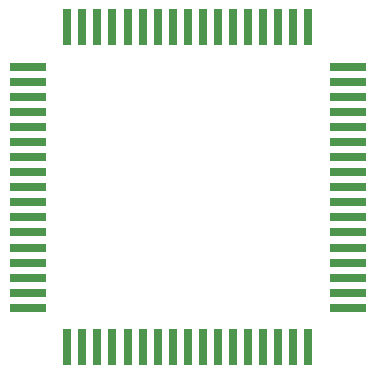
<source format=gbr>
%TF.GenerationSoftware,KiCad,Pcbnew,8.0.2-1*%
%TF.CreationDate,2024-05-11T10:02:21-04:00*%
%TF.ProjectId,Rom 01 IIgs RGBToHDMI,526f6d20-3031-4204-9949-677320524742,rev?*%
%TF.SameCoordinates,Original*%
%TF.FileFunction,Paste,Top*%
%TF.FilePolarity,Positive*%
%FSLAX46Y46*%
G04 Gerber Fmt 4.6, Leading zero omitted, Abs format (unit mm)*
G04 Created by KiCad (PCBNEW 8.0.2-1) date 2024-05-11 10:02:21*
%MOMM*%
%LPD*%
G01*
G04 APERTURE LIST*
%ADD10R,3.150000X0.800000*%
%ADD11R,0.800000X3.150000*%
%ADD12R,3.100000X0.800000*%
G04 APERTURE END LIST*
D10*
%TO.C,U1*%
X128690000Y-85560000D03*
X128690000Y-84290000D03*
X128690000Y-83020000D03*
X128690000Y-81750000D03*
X128690000Y-80480000D03*
X128690000Y-79180000D03*
X128690000Y-77910000D03*
X128690000Y-76640000D03*
X128690000Y-75370000D03*
D11*
X132050000Y-72010000D03*
X133320000Y-72010000D03*
X134590000Y-72010000D03*
X135860000Y-72010000D03*
X137160000Y-72010000D03*
X138430000Y-72010000D03*
X139700000Y-72010000D03*
X140970000Y-72010000D03*
X142240000Y-72010000D03*
X143510000Y-72010000D03*
X144780000Y-72010000D03*
X146050000Y-72010000D03*
X147350000Y-72010000D03*
X148620000Y-72010000D03*
X149890000Y-72010000D03*
X151160000Y-72010000D03*
X152430000Y-72010000D03*
D10*
X155790000Y-75370000D03*
X155790000Y-76640000D03*
X155790000Y-77910000D03*
X155790000Y-79180000D03*
X155790000Y-80480000D03*
D12*
X155790000Y-81745000D03*
D10*
X155790000Y-83020000D03*
X155790000Y-84290000D03*
X155790000Y-85560000D03*
X155790000Y-86830000D03*
X155790000Y-88100000D03*
X155790000Y-89370000D03*
X155790000Y-90670000D03*
X155790000Y-91940000D03*
X155790000Y-93210000D03*
X155790000Y-94480000D03*
X155790000Y-95750000D03*
D11*
X152430000Y-99110000D03*
X151160000Y-99110000D03*
X149890000Y-99110000D03*
X148620000Y-99110000D03*
X147350000Y-99110000D03*
X146050000Y-99110000D03*
X144780000Y-99110000D03*
X143510000Y-99110000D03*
X142240000Y-99110000D03*
X140970000Y-99110000D03*
X139700000Y-99110000D03*
X138430000Y-99110000D03*
X137160000Y-99110000D03*
X135860000Y-99110000D03*
X134590000Y-99110000D03*
X133320000Y-99110000D03*
X132050000Y-99110000D03*
D10*
X128690000Y-95750000D03*
X128690000Y-94480000D03*
X128690000Y-93210000D03*
X128690000Y-91940000D03*
X128690000Y-90670000D03*
X128690000Y-89370000D03*
X128690000Y-88100000D03*
X128690000Y-86830000D03*
%TD*%
M02*

</source>
